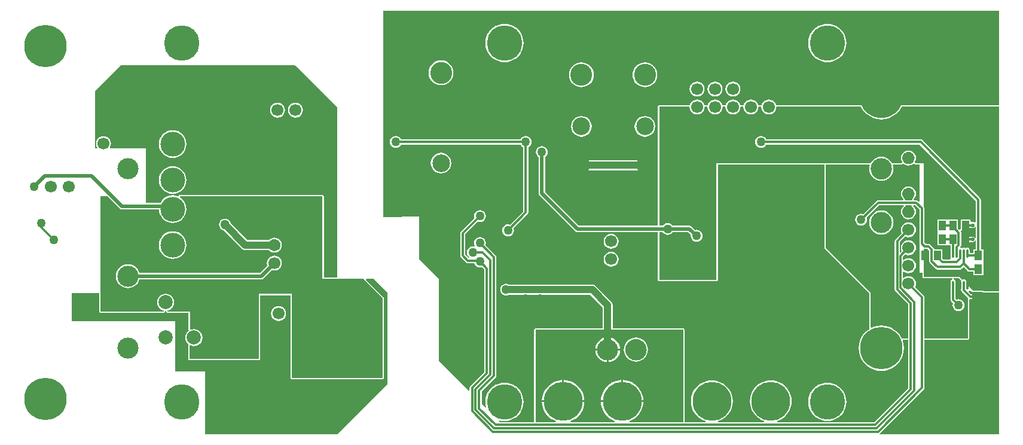
<source format=gbl>
G04*
G04 #@! TF.GenerationSoftware,Altium Limited,Altium Designer,18.1.11 (251)*
G04*
G04 Layer_Physical_Order=2*
G04 Layer_Color=16711680*
%FSLAX25Y25*%
%MOIN*%
G70*
G01*
G75*
%ADD15C,0.01968*%
%ADD18C,0.01181*%
%ADD31R,0.03937X0.05315*%
%ADD43R,0.05709X0.05118*%
%ADD87C,0.03937*%
%ADD88C,0.23622*%
%ADD89C,0.19685*%
%ADD90C,0.11811*%
%ADD91C,0.07874*%
%ADD92C,0.06693*%
%ADD93C,0.12205*%
%ADD94C,0.09843*%
%ADD95C,0.21654*%
%ADD96C,0.13780*%
%ADD97C,0.02165*%
%ADD98C,0.05000*%
%ADD99O,0.01181X0.05315*%
G36*
X551181Y183480D02*
X551181Y183480D01*
X496983D01*
X496983Y183480D01*
X496676Y183419D01*
X496416Y183245D01*
X496242Y182984D01*
X496172Y182817D01*
X495202Y181234D01*
X493996Y179822D01*
X492585Y178617D01*
X491002Y177647D01*
X489286Y176936D01*
X487481Y176503D01*
X485630Y176357D01*
X483779Y176503D01*
X481974Y176936D01*
X480258Y177647D01*
X478675Y178617D01*
X477263Y179823D01*
X476058Y181234D01*
X475087Y182817D01*
X475018Y182984D01*
X475018Y182984D01*
X474844Y183245D01*
X474584Y183419D01*
X474277Y183480D01*
X427221D01*
X426941Y183599D01*
X426524Y184604D01*
X425862Y185468D01*
X424998Y186131D01*
X423992Y186547D01*
X422913Y186689D01*
X421834Y186547D01*
X420829Y186131D01*
X419965Y185468D01*
X419303Y184604D01*
X418886Y183599D01*
X418606Y183480D01*
X417221D01*
X416941Y183599D01*
X416524Y184604D01*
X415862Y185468D01*
X414998Y186131D01*
X413993Y186547D01*
X412913Y186689D01*
X411834Y186547D01*
X410829Y186131D01*
X409965Y185468D01*
X409303Y184604D01*
X408886Y183599D01*
X408606Y183480D01*
X407221D01*
X406941Y183599D01*
X406524Y184604D01*
X405862Y185468D01*
X404998Y186131D01*
X403993Y186547D01*
X402913Y186689D01*
X401834Y186547D01*
X400829Y186131D01*
X399965Y185468D01*
X399303Y184604D01*
X398886Y183599D01*
X398606Y183480D01*
X397221D01*
X396941Y183599D01*
X396524Y184604D01*
X395862Y185468D01*
X394998Y186131D01*
X393992Y186547D01*
X392913Y186689D01*
X391834Y186547D01*
X390829Y186131D01*
X389965Y185468D01*
X389302Y184604D01*
X388886Y183599D01*
X388606Y183480D01*
X387221D01*
X386941Y183599D01*
X386524Y184604D01*
X385862Y185468D01*
X384998Y186131D01*
X383993Y186547D01*
X382913Y186689D01*
X381834Y186547D01*
X380829Y186131D01*
X379965Y185468D01*
X379303Y184604D01*
X378886Y183599D01*
X378606Y183480D01*
X361811D01*
X361504Y183419D01*
X361243Y183245D01*
X361069Y182984D01*
X361008Y182677D01*
Y116373D01*
X316890D01*
X298224Y135040D01*
Y154526D01*
X298762Y154939D01*
X299289Y155626D01*
X299620Y156425D01*
X299733Y157283D01*
X299620Y158142D01*
X299289Y158941D01*
X298762Y159628D01*
X298075Y160155D01*
X297275Y160486D01*
X296417Y160599D01*
X295559Y160486D01*
X294759Y160155D01*
X294073Y159628D01*
X293546Y158941D01*
X293215Y158142D01*
X293102Y157283D01*
X293215Y156425D01*
X293546Y155626D01*
X294073Y154939D01*
X294611Y154526D01*
Y134291D01*
X294748Y133600D01*
X295140Y133014D01*
X314864Y113290D01*
X315451Y112898D01*
X316142Y112761D01*
X361008D01*
Y86221D01*
X361069Y85913D01*
X361243Y85653D01*
X361504Y85479D01*
X361811Y85418D01*
X393701D01*
X394008Y85479D01*
X394268Y85653D01*
X394443Y85913D01*
X394504Y86221D01*
Y150378D01*
X453422Y150378D01*
X453922Y150378D01*
Y103937D01*
X453983Y103630D01*
X454157Y103369D01*
X454157Y103369D01*
X478907Y78619D01*
X478907Y59757D01*
X478923Y59680D01*
Y59600D01*
X478953Y59527D01*
X478968Y59450D01*
X479012Y59384D01*
X479042Y59311D01*
X479047Y59013D01*
X479010Y58843D01*
X478975Y58751D01*
X478956Y58717D01*
X478202Y58255D01*
X476694Y56968D01*
X475406Y55460D01*
X474370Y53769D01*
X473611Y51937D01*
X473148Y50008D01*
X472993Y48031D01*
X473148Y46055D01*
X473611Y44126D01*
X474370Y42294D01*
X475406Y40603D01*
X476694Y39096D01*
X478202Y37808D01*
X479893Y36772D01*
X481725Y36013D01*
X483653Y35550D01*
X485630Y35394D01*
X487607Y35550D01*
X489535Y36013D01*
X491367Y36772D01*
X493058Y37808D01*
X494566Y39096D01*
X495854Y40603D01*
X496890Y42294D01*
X497649Y44126D01*
X498112Y46055D01*
X498267Y48031D01*
X498112Y50008D01*
X497649Y51937D01*
X497488Y52325D01*
X497766Y52741D01*
X500564D01*
Y25779D01*
X481702Y6917D01*
X427645D01*
X427585Y7417D01*
X427616Y7424D01*
X429305Y8124D01*
X430864Y9079D01*
X432254Y10266D01*
X433441Y11656D01*
X434396Y13215D01*
X435096Y14904D01*
X435522Y16681D01*
X435666Y18504D01*
X435522Y20326D01*
X435096Y22104D01*
X434396Y23793D01*
X433441Y25352D01*
X432254Y26742D01*
X430864Y27929D01*
X429305Y28884D01*
X427616Y29584D01*
X425838Y30011D01*
X424016Y30154D01*
X422193Y30011D01*
X420416Y29584D01*
X418727Y28884D01*
X417168Y27929D01*
X415778Y26742D01*
X414591Y25352D01*
X413635Y23793D01*
X412936Y22104D01*
X412509Y20326D01*
X412366Y18504D01*
X412509Y16681D01*
X412936Y14904D01*
X413635Y13215D01*
X414591Y11656D01*
X415778Y10266D01*
X417168Y9079D01*
X418727Y8124D01*
X420416Y7424D01*
X420446Y7417D01*
X420387Y6917D01*
X394771D01*
X394711Y7417D01*
X394742Y7424D01*
X396431Y8124D01*
X397990Y9079D01*
X399380Y10266D01*
X400567Y11656D01*
X401522Y13215D01*
X402222Y14904D01*
X402648Y16681D01*
X402792Y18504D01*
X402648Y20326D01*
X402222Y22104D01*
X401522Y23793D01*
X400567Y25352D01*
X399380Y26742D01*
X397990Y27929D01*
X396431Y28884D01*
X394742Y29584D01*
X392964Y30011D01*
X391142Y30154D01*
X389319Y30011D01*
X387542Y29584D01*
X385853Y28884D01*
X384294Y27929D01*
X382904Y26742D01*
X381717Y25352D01*
X380761Y23793D01*
X380062Y22104D01*
X379635Y20326D01*
X379492Y18504D01*
X379635Y16681D01*
X380062Y14904D01*
X380761Y13215D01*
X381717Y11656D01*
X382904Y10266D01*
X384294Y9079D01*
X385853Y8124D01*
X387542Y7424D01*
X387572Y7417D01*
X387513Y6917D01*
X376000D01*
Y58268D01*
X375939Y58575D01*
X375764Y58835D01*
X375504Y59009D01*
X375197Y59071D01*
X335851D01*
Y72047D01*
X335756Y72767D01*
X335478Y73437D01*
X335036Y74013D01*
X326428Y82621D01*
X325852Y83063D01*
X325182Y83340D01*
X324463Y83435D01*
X278226D01*
X278107Y83527D01*
X277307Y83858D01*
X276449Y83971D01*
X275590Y83858D01*
X274791Y83527D01*
X274104Y83000D01*
X273577Y82313D01*
X273246Y81514D01*
X273133Y80655D01*
X273246Y79797D01*
X273577Y78998D01*
X274104Y78311D01*
X274791Y77784D01*
X275590Y77453D01*
X276449Y77340D01*
X277307Y77453D01*
X278107Y77784D01*
X278226Y77876D01*
X323311D01*
X330291Y70896D01*
Y59071D01*
X292913D01*
X292606Y59009D01*
X292346Y58835D01*
X292172Y58575D01*
X292111Y58268D01*
Y6917D01*
X273005D01*
X272520Y7401D01*
X272774Y7854D01*
X273922Y7579D01*
X275590Y7447D01*
X277259Y7579D01*
X278886Y7969D01*
X280431Y8610D01*
X281858Y9484D01*
X283130Y10571D01*
X284217Y11843D01*
X285091Y13269D01*
X285732Y14815D01*
X286122Y16442D01*
X286253Y18110D01*
X286122Y19778D01*
X285732Y21405D01*
X285091Y22951D01*
X284217Y24378D01*
X283130Y25650D01*
X281858Y26737D01*
X280431Y27611D01*
X278886Y28251D01*
X277259Y28642D01*
X275590Y28773D01*
X273922Y28642D01*
X272296Y28251D01*
X270750Y27611D01*
X269323Y26737D01*
X268051Y25650D01*
X266964Y24378D01*
X266090Y22951D01*
X265450Y21405D01*
X265059Y19778D01*
X264928Y18110D01*
X265059Y16442D01*
X265335Y15294D01*
X264881Y15040D01*
X262822Y17099D01*
Y23828D01*
X270678Y31684D01*
X270983Y32140D01*
X271090Y32677D01*
Y98819D01*
X270983Y99357D01*
X270678Y99812D01*
X264909Y105582D01*
X265014Y105835D01*
X265127Y106693D01*
X265014Y107551D01*
X264683Y108351D01*
X264156Y109037D01*
X263469Y109564D01*
X262669Y109896D01*
X261811Y110009D01*
X260953Y109896D01*
X260153Y109564D01*
X259466Y109037D01*
X258940Y108351D01*
X258608Y107551D01*
X258495Y106693D01*
X258608Y105835D01*
X258855Y105240D01*
X258515Y104806D01*
X257874Y104890D01*
X257015Y104777D01*
X256216Y104446D01*
X255529Y103919D01*
X255002Y103233D01*
X254671Y102433D01*
X254558Y101575D01*
X254671Y100716D01*
X255002Y99917D01*
X255529Y99230D01*
X255894Y98949D01*
X255753Y98427D01*
X255553Y98402D01*
X253767Y100188D01*
Y111623D01*
X260700Y118555D01*
X260953Y118451D01*
X261811Y118338D01*
X262669Y118451D01*
X263469Y118782D01*
X264156Y119309D01*
X264683Y119996D01*
X265014Y120795D01*
X265127Y121653D01*
X265014Y122512D01*
X264683Y123311D01*
X264156Y123998D01*
X263469Y124525D01*
X262669Y124856D01*
X261811Y124969D01*
X260953Y124856D01*
X260153Y124525D01*
X259466Y123998D01*
X258940Y123311D01*
X258608Y122512D01*
X258495Y121653D01*
X258608Y120795D01*
X258713Y120542D01*
X251369Y113198D01*
X251064Y112742D01*
X250957Y112205D01*
Y99606D01*
X251064Y99069D01*
X251369Y98613D01*
X254125Y95857D01*
X254580Y95552D01*
X255118Y95445D01*
X258672D01*
X258940Y94799D01*
X259466Y94112D01*
X260153Y93585D01*
X260953Y93254D01*
X261811Y93141D01*
X262669Y93254D01*
X262922Y93359D01*
X264343Y91938D01*
Y34834D01*
X256487Y26978D01*
X256182Y26522D01*
X256075Y25984D01*
Y24499D01*
X255613Y24308D01*
X238976Y40945D01*
Y86614D01*
X227953Y97638D01*
X227953Y121390D01*
X208230Y121148D01*
X207874Y121500D01*
X207874Y236221D01*
X551181D01*
Y183480D01*
D02*
G37*
G36*
X551181Y79921D02*
X542618D01*
Y80118D01*
X536811D01*
X532905Y84024D01*
Y85146D01*
X532798Y85683D01*
X532493Y86139D01*
X532038Y86444D01*
X531500Y86551D01*
X530962Y86444D01*
X530677Y86253D01*
X529134Y87795D01*
X509449Y87795D01*
Y103352D01*
X509647Y103515D01*
X511427D01*
X512375Y102568D01*
Y96460D01*
X512481Y95922D01*
X512786Y95466D01*
X515939Y92314D01*
X516394Y92009D01*
X516932Y91902D01*
X529535D01*
X530073Y92009D01*
X530529Y92314D01*
X531500Y93285D01*
X533652Y91132D01*
X534108Y90828D01*
X534646Y90721D01*
X537008D01*
Y88681D01*
X542520D01*
Y95571D01*
X542520D01*
Y96161D01*
X542520D01*
Y103051D01*
X541169D01*
Y130709D01*
X541062Y131246D01*
X540757Y131702D01*
X508474Y163986D01*
X508018Y164290D01*
X507480Y164397D01*
X421480D01*
X421376Y164650D01*
X420849Y165337D01*
X420162Y165864D01*
X419362Y166195D01*
X418504Y166308D01*
X417646Y166195D01*
X416846Y165864D01*
X416159Y165337D01*
X415632Y164650D01*
X415301Y163850D01*
X415188Y162992D01*
X415301Y162134D01*
X415632Y161334D01*
X416159Y160647D01*
X416846Y160121D01*
X417646Y159789D01*
X418504Y159676D01*
X419362Y159789D01*
X420162Y160121D01*
X420849Y160647D01*
X421376Y161334D01*
X421480Y161587D01*
X506898D01*
X538359Y130127D01*
Y118566D01*
X537571Y118145D01*
X537344Y118297D01*
X536614Y118442D01*
X536118Y118343D01*
X535488Y118711D01*
X535331Y118874D01*
Y119783D01*
X529819D01*
Y114419D01*
X529032Y114093D01*
X528244Y114881D01*
Y119783D01*
X522732D01*
Y119783D01*
X522331D01*
Y119783D01*
X516819D01*
Y113053D01*
X516819Y112894D01*
X516819D01*
X516862Y112283D01*
X516862D01*
Y105394D01*
X522374D01*
Y105394D01*
X522732D01*
Y105394D01*
X524190D01*
Y102665D01*
Y98532D01*
X524244Y98255D01*
X523854Y97603D01*
X523701Y97468D01*
X520365D01*
X519685Y98148D01*
Y103051D01*
X515184D01*
Y103150D01*
X515077Y103687D01*
X514773Y104143D01*
X513003Y105913D01*
X512547Y106218D01*
X512009Y106325D01*
X510229D01*
X509673Y106881D01*
Y125984D01*
X509566Y126522D01*
X509449Y126697D01*
Y151181D01*
X504713D01*
X504365Y151887D01*
X504398Y151931D01*
X504815Y152937D01*
X504957Y154016D01*
X504815Y155095D01*
X504398Y156100D01*
X503736Y156964D01*
X502872Y157627D01*
X501867Y158043D01*
X500787Y158185D01*
X499708Y158043D01*
X498703Y157627D01*
X497839Y156964D01*
X497177Y156100D01*
X496760Y155095D01*
X496618Y154016D01*
X496760Y152937D01*
X497177Y151931D01*
X497210Y151887D01*
X496862Y151181D01*
X491535D01*
X491222Y151768D01*
X490385Y152787D01*
X489366Y153623D01*
X488204Y154245D01*
X486942Y154628D01*
X485630Y154757D01*
X484318Y154628D01*
X483056Y154245D01*
X481893Y153623D01*
X480874Y152787D01*
X480038Y151768D01*
X479724Y151181D01*
X393701Y151181D01*
Y86221D01*
X361811D01*
Y112761D01*
X363778D01*
X364191Y112222D01*
X364878Y111695D01*
X365677Y111364D01*
X366535Y111251D01*
X367394Y111364D01*
X368193Y111695D01*
X368880Y112222D01*
X369293Y112761D01*
X377992D01*
X379450Y111303D01*
X379361Y110630D01*
X379474Y109772D01*
X379806Y108972D01*
X380333Y108285D01*
X381019Y107758D01*
X381819Y107427D01*
X382677Y107314D01*
X383535Y107427D01*
X384335Y107758D01*
X385022Y108285D01*
X385549Y108972D01*
X385880Y109772D01*
X385993Y110630D01*
X385880Y111488D01*
X385549Y112288D01*
X385022Y112975D01*
X384335Y113502D01*
X383535Y113833D01*
X382677Y113946D01*
X382004Y113857D01*
X380017Y115844D01*
X379431Y116236D01*
X378740Y116373D01*
X369293D01*
X368880Y116911D01*
X368193Y117438D01*
X367394Y117770D01*
X366535Y117883D01*
X365677Y117770D01*
X364878Y117438D01*
X364191Y116911D01*
X363778Y116373D01*
X361811D01*
Y182677D01*
X378606D01*
X378744Y182520D01*
X378886Y181440D01*
X379303Y180435D01*
X379965Y179571D01*
X380829Y178909D01*
X381834Y178492D01*
X382913Y178350D01*
X383993Y178492D01*
X384998Y178909D01*
X385862Y179571D01*
X386524Y180435D01*
X386941Y181440D01*
X387083Y182520D01*
X387221Y182677D01*
X388606D01*
X388744Y182520D01*
X388886Y181440D01*
X389302Y180435D01*
X389965Y179571D01*
X390829Y178909D01*
X391834Y178492D01*
X392913Y178350D01*
X393992Y178492D01*
X394998Y178909D01*
X395862Y179571D01*
X396524Y180435D01*
X396941Y181440D01*
X397083Y182520D01*
X397221Y182677D01*
X398606D01*
X398744Y182520D01*
X398886Y181440D01*
X399303Y180435D01*
X399965Y179571D01*
X400829Y178909D01*
X401834Y178492D01*
X402913Y178350D01*
X403993Y178492D01*
X404998Y178909D01*
X405862Y179571D01*
X406524Y180435D01*
X406941Y181440D01*
X407083Y182520D01*
X407221Y182677D01*
X408606D01*
X408744Y182520D01*
X408886Y181440D01*
X409303Y180435D01*
X409965Y179571D01*
X410829Y178909D01*
X411834Y178492D01*
X412913Y178350D01*
X413993Y178492D01*
X414998Y178909D01*
X415862Y179571D01*
X416524Y180435D01*
X416941Y181440D01*
X417083Y182520D01*
X417221Y182677D01*
X418606D01*
X418744Y182520D01*
X418886Y181440D01*
X419303Y180435D01*
X419965Y179571D01*
X420829Y178909D01*
X421834Y178492D01*
X422913Y178350D01*
X423992Y178492D01*
X424998Y178909D01*
X425862Y179571D01*
X426524Y180435D01*
X426941Y181440D01*
X427083Y182520D01*
X427221Y182677D01*
X474277D01*
X474370Y182452D01*
X475406Y180761D01*
X476694Y179253D01*
X478202Y177965D01*
X479893Y176929D01*
X481725Y176170D01*
X483653Y175707D01*
X485630Y175552D01*
X487607Y175707D01*
X489535Y176170D01*
X491367Y176929D01*
X493058Y177965D01*
X494566Y179253D01*
X495854Y180761D01*
X496890Y182452D01*
X496983Y182677D01*
X551181D01*
X551181Y79921D01*
D02*
G37*
G36*
X501657Y157261D02*
X502467Y156925D01*
X503163Y156392D01*
X503697Y155696D01*
X504033Y154885D01*
X504147Y154016D01*
X504033Y153146D01*
X503657Y152238D01*
X503656Y152234D01*
X503605Y152145D01*
X503601Y152119D01*
X503589Y152095D01*
X503581Y151964D01*
X503564Y151835D01*
X503217Y151592D01*
X503163Y151563D01*
X503115Y151540D01*
X503063Y151529D01*
X502976Y151471D01*
X502882Y151424D01*
X502467Y151106D01*
X501657Y150770D01*
X500787Y150656D01*
X499918Y150770D01*
X499108Y151106D01*
X498693Y151424D01*
X498599Y151471D01*
X498511Y151529D01*
X498459Y151540D01*
X498412Y151563D01*
X498358Y151592D01*
X498011Y151835D01*
X497994Y151964D01*
X497986Y152095D01*
X497974Y152119D01*
X497970Y152145D01*
X497919Y152234D01*
X497918Y152238D01*
X497542Y153146D01*
X497428Y154016D01*
X497542Y154885D01*
X497878Y155696D01*
X498412Y156392D01*
X499108Y156925D01*
X499918Y157261D01*
X500787Y157376D01*
X501657Y157261D01*
D02*
G37*
G36*
X504073Y150722D02*
X504145Y150613D01*
X504168Y150599D01*
X504184Y150577D01*
X504297Y150512D01*
X504406Y150439D01*
X504432Y150434D01*
X504455Y150421D01*
X504585Y150404D01*
X504713Y150378D01*
X507087D01*
Y129806D01*
X506625Y129614D01*
X506112Y130127D01*
X505656Y130432D01*
X505118Y130539D01*
X503825D01*
X503664Y131012D01*
X503736Y131068D01*
X504398Y131931D01*
X504815Y132937D01*
X504957Y134016D01*
X504815Y135095D01*
X504398Y136100D01*
X503736Y136964D01*
X502872Y137627D01*
X501867Y138043D01*
X500787Y138185D01*
X499708Y138043D01*
X498703Y137627D01*
X497839Y136964D01*
X497177Y136100D01*
X496760Y135095D01*
X496618Y134016D01*
X496760Y132937D01*
X497177Y131931D01*
X497839Y131068D01*
X497911Y131012D01*
X497750Y130539D01*
X483858D01*
X483321Y130432D01*
X482865Y130127D01*
X475521Y122783D01*
X475268Y122888D01*
X474409Y123001D01*
X473551Y122888D01*
X472752Y122557D01*
X472065Y122030D01*
X471538Y121343D01*
X471207Y120543D01*
X471094Y119685D01*
X471207Y118827D01*
X471538Y118027D01*
X472065Y117340D01*
X472752Y116814D01*
X473551Y116482D01*
X474409Y116369D01*
X475268Y116482D01*
X476067Y116814D01*
X476754Y117340D01*
X477281Y118027D01*
X477612Y118827D01*
X477725Y119685D01*
X477612Y120543D01*
X477507Y120796D01*
X484440Y127729D01*
X498014D01*
X498184Y127229D01*
X497839Y126964D01*
X497177Y126101D01*
X496760Y125095D01*
X496618Y124016D01*
X496760Y122937D01*
X497177Y121931D01*
X497839Y121068D01*
X498703Y120405D01*
X499708Y119988D01*
X500787Y119846D01*
X501867Y119988D01*
X502872Y120405D01*
X503736Y121068D01*
X504398Y121931D01*
X504815Y122937D01*
X504957Y124016D01*
X504815Y125095D01*
X504398Y126101D01*
X503736Y126964D01*
X503391Y127229D01*
X503560Y127729D01*
X504536D01*
X506863Y125402D01*
Y106299D01*
X506970Y105762D01*
X507087Y105587D01*
Y90158D01*
X508646D01*
Y87795D01*
X508707Y87488D01*
X508881Y87228D01*
X509142Y87054D01*
X509449Y86992D01*
X525253Y86992D01*
X525302Y86492D01*
X525057Y86444D01*
X524601Y86139D01*
X524297Y85683D01*
X524190Y85146D01*
Y81012D01*
Y75193D01*
X524297Y74655D01*
X524601Y74199D01*
X525642Y73158D01*
X525537Y72905D01*
X525424Y72047D01*
X525537Y71189D01*
X525869Y70389D01*
X526396Y69703D01*
X527082Y69176D01*
X527882Y68844D01*
X528740Y68731D01*
X529598Y68844D01*
X530398Y69176D01*
X531085Y69703D01*
X531612Y70389D01*
X531943Y71189D01*
X532056Y72047D01*
X531943Y72905D01*
X531612Y73705D01*
X531085Y74392D01*
X530398Y74919D01*
X529598Y75250D01*
X528740Y75363D01*
X527882Y75250D01*
X527629Y75145D01*
X526999Y75775D01*
Y83079D01*
Y85146D01*
X526893Y85683D01*
X526588Y86139D01*
X526132Y86444D01*
X525887Y86492D01*
X525936Y86992D01*
X528801D01*
X530109Y85685D01*
X530174Y85641D01*
X530190Y85625D01*
X530095Y85146D01*
Y80475D01*
X530202Y79937D01*
X530507Y79481D01*
X533858Y76130D01*
X533858Y53543D01*
X509718D01*
Y76490D01*
X509611Y77028D01*
X509306Y77484D01*
X504533Y82257D01*
X504815Y82937D01*
X504957Y84016D01*
X504815Y85095D01*
X504398Y86101D01*
X503736Y86964D01*
X502872Y87627D01*
X501867Y88043D01*
X500787Y88185D01*
X499708Y88043D01*
X498703Y87627D01*
X498165Y87214D01*
X497665Y87461D01*
Y90571D01*
X498165Y90817D01*
X498703Y90405D01*
X499708Y89988D01*
X500787Y89846D01*
X501867Y89988D01*
X502872Y90405D01*
X503736Y91067D01*
X504398Y91931D01*
X504815Y92937D01*
X504957Y94016D01*
X504815Y95095D01*
X504398Y96100D01*
X503736Y96964D01*
X502872Y97627D01*
X501867Y98043D01*
X500787Y98185D01*
X499708Y98043D01*
X498703Y97627D01*
X498165Y97214D01*
X497665Y97461D01*
Y98906D01*
X499028Y100270D01*
X499708Y99988D01*
X500787Y99846D01*
X501867Y99988D01*
X502872Y100405D01*
X503736Y101067D01*
X504398Y101931D01*
X504815Y102937D01*
X504957Y104016D01*
X504815Y105095D01*
X504398Y106100D01*
X503736Y106964D01*
X502872Y107627D01*
X501867Y108043D01*
X500787Y108185D01*
X499708Y108043D01*
X498703Y107627D01*
X497839Y106964D01*
X497177Y106100D01*
X496760Y105095D01*
X496618Y104016D01*
X496760Y102937D01*
X497042Y102257D01*
X496355Y101570D01*
X495893Y101762D01*
Y107135D01*
X499028Y110270D01*
X499708Y109988D01*
X500787Y109846D01*
X501867Y109988D01*
X502872Y110405D01*
X503736Y111067D01*
X504398Y111931D01*
X504815Y112937D01*
X504957Y114016D01*
X504815Y115095D01*
X504398Y116101D01*
X503736Y116964D01*
X502872Y117627D01*
X501867Y118043D01*
X500787Y118185D01*
X499708Y118043D01*
X498703Y117627D01*
X497839Y116964D01*
X497177Y116101D01*
X496760Y115095D01*
X496618Y114016D01*
X496760Y112937D01*
X497042Y112257D01*
X493495Y108710D01*
X493190Y108254D01*
X493083Y107717D01*
Y80709D01*
X493190Y80171D01*
X493495Y79715D01*
X500564Y72646D01*
Y53543D01*
X496983D01*
X496890Y53769D01*
X495854Y55460D01*
X494566Y56968D01*
X493058Y58255D01*
X491367Y59291D01*
X489535Y60050D01*
X487607Y60513D01*
X485630Y60669D01*
X483653Y60513D01*
X481725Y60050D01*
X480210Y59423D01*
X479710Y59757D01*
X479710Y78951D01*
X454724Y103937D01*
Y150378D01*
X478928D01*
X479226Y149977D01*
X479034Y149344D01*
X478905Y148031D01*
X479034Y146720D01*
X479417Y145458D01*
X480038Y144295D01*
X480874Y143276D01*
X481893Y142440D01*
X483056Y141818D01*
X484318Y141435D01*
X485630Y141306D01*
X486942Y141435D01*
X488204Y141818D01*
X489366Y142440D01*
X490385Y143276D01*
X491222Y144295D01*
X491843Y145458D01*
X492226Y146720D01*
X492355Y148031D01*
X492226Y149344D01*
X492034Y149977D01*
X492332Y150378D01*
X496862D01*
X496990Y150404D01*
X497120Y150421D01*
X497143Y150434D01*
X497169Y150439D01*
X497278Y150512D01*
X497391Y150577D01*
X497407Y150599D01*
X497429Y150613D01*
X497502Y150722D01*
X497552Y150787D01*
X498204D01*
X498703Y150405D01*
X499708Y149988D01*
X500787Y149846D01*
X501867Y149988D01*
X502872Y150405D01*
X503371Y150787D01*
X504023D01*
X504073Y150722D01*
D02*
G37*
G36*
X486785Y153836D02*
X487895Y153500D01*
X488918Y152953D01*
X489815Y152216D01*
X490551Y151320D01*
X490827Y150803D01*
X490902Y150712D01*
X490968Y150613D01*
X491004Y150587D01*
X491026Y150560D01*
X491228Y150422D01*
X491235Y150055D01*
X491245Y149957D01*
X491240Y149859D01*
X491260Y149803D01*
X491266Y149744D01*
X491435Y149186D01*
X491548Y148031D01*
X491435Y146877D01*
X491098Y145767D01*
X490551Y144743D01*
X489815Y143846D01*
X488918Y143110D01*
X487895Y142563D01*
X486785Y142227D01*
X485630Y142113D01*
X484475Y142227D01*
X483365Y142563D01*
X482342Y143110D01*
X481445Y143846D01*
X480709Y144743D01*
X480162Y145767D01*
X479825Y146877D01*
X479711Y148031D01*
X479825Y149186D01*
X479994Y149744D01*
X480000Y149803D01*
X480020Y149859D01*
X480015Y149957D01*
X480025Y150055D01*
X480031Y150422D01*
X480234Y150560D01*
X480255Y150587D01*
X480292Y150613D01*
X480358Y150712D01*
X480432Y150803D01*
X480709Y151320D01*
X481445Y152217D01*
X482342Y152953D01*
X483365Y153500D01*
X484475Y153836D01*
X485630Y153950D01*
X486785Y153836D01*
D02*
G37*
G36*
X501657Y137261D02*
X502467Y136925D01*
X503163Y136391D01*
X503697Y135696D01*
X504033Y134885D01*
X504147Y134016D01*
X504033Y133146D01*
X503697Y132336D01*
X503153Y131626D01*
X503134Y131616D01*
X503055Y131512D01*
X502969Y131414D01*
X502960Y131388D01*
X502944Y131367D01*
X502910Y131241D01*
X502868Y131117D01*
X502870Y131090D01*
X502863Y131065D01*
X502866Y131039D01*
X502688Y130733D01*
X502550Y130587D01*
X502475Y130539D01*
X499100D01*
X499025Y130587D01*
X498887Y130733D01*
X498709Y131039D01*
X498712Y131065D01*
X498705Y131090D01*
X498707Y131117D01*
X498665Y131241D01*
X498631Y131367D01*
X498615Y131388D01*
X498606Y131414D01*
X498520Y131512D01*
X498440Y131616D01*
X498422Y131626D01*
X497878Y132336D01*
X497542Y133146D01*
X497428Y134016D01*
X497542Y134885D01*
X497878Y135696D01*
X498412Y136391D01*
X499108Y136925D01*
X499918Y137261D01*
X500787Y137375D01*
X501657Y137261D01*
D02*
G37*
G36*
X502267Y127703D02*
X502532Y127393D01*
X502596Y127229D01*
X502589Y127176D01*
X502596Y127151D01*
X502595Y127124D01*
X502637Y127000D01*
X502670Y126874D01*
X502687Y126853D01*
X502695Y126828D01*
X502781Y126729D01*
X502861Y126625D01*
X502884Y126612D01*
X502902Y126592D01*
X503163Y126391D01*
X503697Y125696D01*
X504033Y124885D01*
X504147Y124016D01*
X504033Y123146D01*
X503697Y122336D01*
X503163Y121640D01*
X502467Y121106D01*
X501657Y120771D01*
X500787Y120656D01*
X499918Y120771D01*
X499108Y121106D01*
X498412Y121640D01*
X497878Y122336D01*
X497542Y123146D01*
X497428Y124016D01*
X497542Y124885D01*
X497878Y125696D01*
X498412Y126391D01*
X498673Y126592D01*
X498691Y126612D01*
X498714Y126625D01*
X498793Y126729D01*
X498879Y126828D01*
X498888Y126853D01*
X498904Y126874D01*
X498938Y127000D01*
X498980Y127124D01*
X498979Y127151D01*
X498985Y127176D01*
X498979Y127229D01*
X499043Y127393D01*
X499308Y127703D01*
X499343Y127729D01*
X502232D01*
X502267Y127703D01*
D02*
G37*
G36*
X174016Y86614D02*
X196850Y86614D01*
X207480Y75984D01*
Y31496D01*
X157087D01*
Y78347D01*
X138583Y78347D01*
X138583Y42126D01*
X100335Y42126D01*
X99983Y42481D01*
X100049Y49333D01*
X100466Y49609D01*
X101129Y49334D01*
X102362Y49172D01*
X103595Y49334D01*
X104745Y49810D01*
X105732Y50568D01*
X106489Y51554D01*
X106965Y52704D01*
X107127Y53937D01*
X106965Y55170D01*
X106489Y56320D01*
X105732Y57306D01*
X104745Y58064D01*
X103595Y58540D01*
X102362Y58702D01*
X101129Y58540D01*
X100553Y58301D01*
X100138Y58581D01*
X100234Y68504D01*
X87764D01*
X87731Y69004D01*
X87848Y69019D01*
X88997Y69495D01*
X89984Y70253D01*
X90741Y71240D01*
X91217Y72389D01*
X91379Y73622D01*
X91217Y74855D01*
X90741Y76005D01*
X89984Y76991D01*
X88997Y77749D01*
X87848Y78225D01*
X86614Y78387D01*
X85381Y78225D01*
X84232Y77749D01*
X83245Y76991D01*
X82487Y76005D01*
X82011Y74855D01*
X81849Y73622D01*
X82011Y72389D01*
X82487Y71240D01*
X83245Y70253D01*
X84232Y69495D01*
X85381Y69019D01*
X85497Y69004D01*
X85464Y68504D01*
X50394D01*
Y132677D01*
X54138D01*
X60927Y125888D01*
X61514Y125496D01*
X62205Y125359D01*
X82860D01*
X82985Y124085D01*
X83424Y122638D01*
X84137Y121305D01*
X85096Y120136D01*
X86265Y119176D01*
X87599Y118463D01*
X89046Y118025D01*
X90551Y117876D01*
X92056Y118025D01*
X93503Y118463D01*
X94837Y119176D01*
X96006Y120136D01*
X96965Y121305D01*
X97678Y122638D01*
X98117Y124085D01*
X98265Y125591D01*
X98117Y127095D01*
X97678Y128543D01*
X96965Y129876D01*
X96006Y131045D01*
X94837Y132005D01*
X94486Y132192D01*
X94608Y132677D01*
X174016D01*
Y86614D01*
D02*
G37*
G36*
X534528Y118874D02*
X534557Y118728D01*
X534583Y118582D01*
X534587Y118575D01*
X534589Y118567D01*
X534671Y118443D01*
X534673Y118440D01*
X534534Y118070D01*
X534421Y117940D01*
X532772D01*
X532234Y117833D01*
X531778Y117529D01*
X531581Y117332D01*
X531277Y116876D01*
X531170Y116339D01*
X531277Y115801D01*
X531581Y115345D01*
X532037Y115041D01*
X532575Y114934D01*
X533112Y115041D01*
X533247Y115130D01*
X536614D01*
X537152Y115237D01*
X537608Y115542D01*
X537859Y115918D01*
X538213Y115888D01*
X538359Y115835D01*
Y109362D01*
X538213Y109309D01*
X537859Y109279D01*
X537608Y109655D01*
X537152Y109959D01*
X536614Y110066D01*
X533217D01*
X533112Y110137D01*
X532575Y110243D01*
X532037Y110137D01*
X531581Y109832D01*
X531277Y109376D01*
X531170Y108839D01*
X531277Y108301D01*
X531581Y107845D01*
X531758Y107668D01*
X532214Y107363D01*
X532752Y107256D01*
X536614D01*
X537152Y107363D01*
X537608Y107668D01*
X537859Y108044D01*
X538213Y108014D01*
X538359Y107961D01*
Y103051D01*
X537008D01*
Y101011D01*
X534873D01*
Y102665D01*
X534766Y103203D01*
X534462Y103659D01*
X534006Y103963D01*
X533468Y104070D01*
X532931Y103963D01*
X532484Y103665D01*
X532038Y103963D01*
X531500Y104070D01*
X530962Y103963D01*
X530516Y103665D01*
X530069Y103963D01*
X529916Y103994D01*
X529734Y104518D01*
X530038Y104974D01*
X530145Y105512D01*
Y112398D01*
X530038Y112935D01*
X529952Y113064D01*
X530126Y113678D01*
X530387Y113852D01*
X530561Y114112D01*
X530622Y114419D01*
Y118981D01*
X534528D01*
Y118874D01*
D02*
G37*
G36*
X182283Y182283D02*
Y87417D01*
X174819D01*
Y132677D01*
X174758Y132984D01*
X174583Y133245D01*
X174323Y133419D01*
X174016Y133480D01*
X94608D01*
X94550Y133468D01*
X94490Y133471D01*
X94397Y133438D01*
X94301Y133419D01*
X94251Y133386D01*
X94195Y133366D01*
X94122Y133300D01*
X94040Y133245D01*
X94007Y133195D01*
X93963Y133155D01*
X93921Y133066D01*
X93866Y132984D01*
X93864Y132972D01*
X93718Y132845D01*
X93707Y132838D01*
X93393Y132751D01*
X92056Y133157D01*
X90551Y133305D01*
X89046Y133157D01*
X87599Y132718D01*
X86265Y132005D01*
X85096Y131045D01*
X84137Y129876D01*
X83653Y128972D01*
X75590D01*
Y159449D01*
X55630D01*
X55456Y159802D01*
X55579Y159962D01*
X55996Y160968D01*
X56138Y162047D01*
X55996Y163126D01*
X55579Y164132D01*
X54917Y164996D01*
X54053Y165658D01*
X53048Y166075D01*
X51968Y166217D01*
X50889Y166075D01*
X49884Y165658D01*
X49020Y164996D01*
X48358Y164132D01*
X47941Y163126D01*
X47799Y162047D01*
X47941Y160968D01*
X48358Y159962D01*
X48481Y159802D01*
X48307Y159449D01*
X47244D01*
Y191339D01*
X61811Y205906D01*
X158661D01*
X182283Y182283D01*
D02*
G37*
G36*
X535335Y80046D02*
Y79724D01*
X536069D01*
X536243Y79550D01*
X536504Y79376D01*
X536811Y79315D01*
X542108D01*
X542311Y79180D01*
X542618Y79118D01*
X551181D01*
X551181Y79118D01*
Y0D01*
X484882D01*
X484730Y500D01*
X484852Y581D01*
X509306Y25036D01*
X509611Y25492D01*
X509718Y26030D01*
Y52741D01*
X533858D01*
X534165Y52802D01*
X534426Y52976D01*
X534600Y53236D01*
X534661Y53543D01*
X534661Y74965D01*
X535161Y75375D01*
X535203Y75367D01*
X538976D01*
X539514Y75474D01*
X539970Y75778D01*
X540274Y76234D01*
X540381Y76772D01*
X540274Y77309D01*
X539970Y77765D01*
X539514Y78070D01*
X538976Y78177D01*
X535785D01*
X534415Y79546D01*
X534462Y80018D01*
X534501Y80077D01*
X535138Y80193D01*
X535335Y80046D01*
D02*
G37*
G36*
X210236Y79134D02*
Y27953D01*
X182283Y0D01*
X108661D01*
X108661Y35039D01*
X91899Y35039D01*
Y62992D01*
X34252Y62992D01*
Y78740D01*
X49591D01*
Y68504D01*
X49652Y68197D01*
X49826Y67936D01*
X50086Y67762D01*
X50394Y67701D01*
X85464D01*
X85593Y67727D01*
X85722Y67744D01*
X85745Y67757D01*
X85772Y67762D01*
X85880Y67835D01*
X85994Y67900D01*
X86010Y67922D01*
X86032Y67936D01*
X86105Y68045D01*
X86184Y68149D01*
X86191Y68175D01*
X86206Y68197D01*
X86231Y68325D01*
X86265Y68451D01*
X86276Y68612D01*
X86580Y68861D01*
X86614Y68857D01*
X86648Y68861D01*
X86952Y68612D01*
X86963Y68451D01*
X86997Y68325D01*
X87022Y68197D01*
X87037Y68175D01*
X87044Y68149D01*
X87124Y68045D01*
X87196Y67936D01*
X87218Y67922D01*
X87235Y67900D01*
X87348Y67835D01*
X87457Y67762D01*
X87483Y67757D01*
X87506Y67744D01*
X87636Y67727D01*
X87764Y67701D01*
X99143D01*
X99420Y67421D01*
X99335Y58589D01*
X99351Y58509D01*
X99350Y58428D01*
X99379Y58357D01*
X99394Y58281D01*
X99438Y58213D01*
X99469Y58138D01*
X99493Y57816D01*
X99440Y57666D01*
X99420Y57634D01*
X98993Y57306D01*
X98235Y56320D01*
X97759Y55170D01*
X97597Y53937D01*
X97759Y52704D01*
X98235Y51554D01*
X98993Y50568D01*
X99352Y50292D01*
X99372Y50258D01*
X99420Y50109D01*
X99384Y49782D01*
X99354Y49711D01*
X99310Y49647D01*
X99294Y49568D01*
X99262Y49493D01*
X99262Y49416D01*
X99246Y49341D01*
X99180Y42489D01*
X99181Y42487D01*
X99180Y42485D01*
X99210Y42332D01*
X99239Y42181D01*
X99240Y42180D01*
X99240Y42178D01*
X99325Y42049D01*
X99410Y41919D01*
X99412Y41918D01*
X99413Y41916D01*
X99765Y41561D01*
X99766Y41560D01*
X99767Y41558D01*
X99897Y41472D01*
X100024Y41386D01*
X100026Y41385D01*
X100028Y41384D01*
X100179Y41354D01*
X100331Y41323D01*
X100333Y41324D01*
X100335Y41323D01*
X138583Y41323D01*
X138890Y41384D01*
X139150Y41558D01*
X139324Y41819D01*
X139385Y42126D01*
X139385Y77544D01*
X156284Y77544D01*
Y31496D01*
X156345Y31189D01*
X156519Y30928D01*
X156779Y30754D01*
X157087Y30693D01*
X207480D01*
X207787Y30754D01*
X208048Y30928D01*
X208222Y31189D01*
X208283Y31496D01*
Y75984D01*
X208283Y75984D01*
X208222Y76292D01*
X208048Y76552D01*
X208048Y76552D01*
X198349Y86250D01*
X198500Y86614D01*
X202756D01*
X210236Y79134D01*
D02*
G37*
G36*
X375197Y6917D02*
X345379D01*
X345280Y7417D01*
X346528Y7934D01*
X348115Y8906D01*
X349530Y10115D01*
X350739Y11531D01*
X351712Y13118D01*
X352424Y14838D01*
X352859Y16648D01*
X352966Y18004D01*
X329318D01*
X329424Y16648D01*
X329859Y14838D01*
X330571Y13118D01*
X331544Y11531D01*
X332753Y10115D01*
X334169Y8906D01*
X335756Y7934D01*
X337004Y7417D01*
X336904Y6917D01*
X312505D01*
X312406Y7417D01*
X313653Y7934D01*
X315241Y8906D01*
X316656Y10115D01*
X317865Y11531D01*
X318838Y13118D01*
X319550Y14838D01*
X319985Y16648D01*
X320092Y18004D01*
X296444D01*
X296550Y16648D01*
X296985Y14838D01*
X297697Y13118D01*
X298670Y11531D01*
X299879Y10115D01*
X301295Y8906D01*
X302882Y7934D01*
X304130Y7417D01*
X304030Y6917D01*
X292913D01*
Y58268D01*
X375197D01*
Y6917D01*
D02*
G37*
%LPC*%
G36*
X455512Y228773D02*
X453844Y228642D01*
X452217Y228251D01*
X450671Y227611D01*
X449244Y226737D01*
X447972Y225650D01*
X446885Y224378D01*
X446011Y222951D01*
X445371Y221405D01*
X444980Y219778D01*
X444849Y218110D01*
X444980Y216442D01*
X445371Y214815D01*
X446011Y213269D01*
X446885Y211843D01*
X447972Y210571D01*
X449244Y209484D01*
X450671Y208610D01*
X452217Y207969D01*
X453844Y207579D01*
X455512Y207447D01*
X457180Y207579D01*
X458807Y207969D01*
X460353Y208610D01*
X461779Y209484D01*
X463052Y210571D01*
X464138Y211843D01*
X465012Y213269D01*
X465653Y214815D01*
X466043Y216442D01*
X466175Y218110D01*
X466043Y219778D01*
X465653Y221405D01*
X465012Y222951D01*
X464138Y224378D01*
X463052Y225650D01*
X461779Y226737D01*
X460353Y227611D01*
X458807Y228251D01*
X457180Y228642D01*
X455512Y228773D01*
D02*
G37*
G36*
X275590D02*
X273922Y228642D01*
X272296Y228251D01*
X270750Y227611D01*
X269323Y226737D01*
X268051Y225650D01*
X266964Y224378D01*
X266090Y222951D01*
X265450Y221405D01*
X265059Y219778D01*
X264928Y218110D01*
X265059Y216442D01*
X265450Y214815D01*
X266090Y213269D01*
X266964Y211843D01*
X268051Y210571D01*
X269323Y209484D01*
X270750Y208610D01*
X272296Y207969D01*
X273922Y207579D01*
X275590Y207447D01*
X277259Y207579D01*
X278886Y207969D01*
X280431Y208610D01*
X281858Y209484D01*
X283130Y210571D01*
X284217Y211843D01*
X285091Y213269D01*
X285732Y214815D01*
X286122Y216442D01*
X286253Y218110D01*
X286122Y219778D01*
X285732Y221405D01*
X285091Y222951D01*
X284217Y224378D01*
X283130Y225650D01*
X281858Y226737D01*
X280431Y227611D01*
X278886Y228251D01*
X277259Y228642D01*
X275590Y228773D01*
D02*
G37*
G36*
X240158Y208498D02*
X238807Y208365D01*
X237508Y207971D01*
X236311Y207331D01*
X235262Y206470D01*
X234401Y205421D01*
X233761Y204224D01*
X233367Y202925D01*
X233234Y201575D01*
X233367Y200224D01*
X233761Y198925D01*
X234401Y197729D01*
X235262Y196679D01*
X236311Y195818D01*
X237508Y195179D01*
X238807Y194785D01*
X240158Y194652D01*
X241508Y194785D01*
X242807Y195179D01*
X244004Y195818D01*
X245053Y196679D01*
X245914Y197729D01*
X246554Y198925D01*
X246948Y200224D01*
X247081Y201575D01*
X246948Y202925D01*
X246554Y204224D01*
X245914Y205421D01*
X245053Y206470D01*
X244004Y207331D01*
X242807Y207971D01*
X241508Y208365D01*
X240158Y208498D01*
D02*
G37*
G36*
X353858Y207317D02*
X352508Y207184D01*
X351209Y206790D01*
X350012Y206150D01*
X348963Y205289D01*
X348102Y204240D01*
X347462Y203043D01*
X347068Y201744D01*
X346935Y200394D01*
X347068Y199043D01*
X347462Y197744D01*
X348102Y196547D01*
X348963Y195498D01*
X350012Y194637D01*
X351209Y193998D01*
X352508Y193604D01*
X353858Y193471D01*
X355209Y193604D01*
X356508Y193998D01*
X357704Y194637D01*
X358754Y195498D01*
X359615Y196547D01*
X360254Y197744D01*
X360648Y199043D01*
X360781Y200394D01*
X360648Y201744D01*
X360254Y203043D01*
X359615Y204240D01*
X358754Y205289D01*
X357704Y206150D01*
X356508Y206790D01*
X355209Y207184D01*
X353858Y207317D01*
D02*
G37*
G36*
X318425D02*
X317075Y207184D01*
X315776Y206790D01*
X314579Y206150D01*
X313530Y205289D01*
X312669Y204240D01*
X312029Y203043D01*
X311635Y201744D01*
X311502Y200394D01*
X311635Y199043D01*
X312029Y197744D01*
X312669Y196547D01*
X313530Y195498D01*
X314579Y194637D01*
X315776Y193998D01*
X317075Y193604D01*
X318425Y193471D01*
X319776Y193604D01*
X321075Y193998D01*
X322271Y194637D01*
X323321Y195498D01*
X324182Y196547D01*
X324821Y197744D01*
X325215Y199043D01*
X325348Y200394D01*
X325215Y201744D01*
X324821Y203043D01*
X324182Y204240D01*
X323321Y205289D01*
X322271Y206150D01*
X321075Y206790D01*
X319776Y207184D01*
X318425Y207317D01*
D02*
G37*
G36*
X402913Y196689D02*
X401834Y196547D01*
X400829Y196131D01*
X399965Y195468D01*
X399303Y194604D01*
X398886Y193599D01*
X398744Y192520D01*
X398886Y191440D01*
X399303Y190435D01*
X399965Y189571D01*
X400829Y188909D01*
X401834Y188492D01*
X402913Y188350D01*
X403993Y188492D01*
X404998Y188909D01*
X405862Y189571D01*
X406524Y190435D01*
X406941Y191440D01*
X407083Y192520D01*
X406941Y193599D01*
X406524Y194604D01*
X405862Y195468D01*
X404998Y196131D01*
X403993Y196547D01*
X402913Y196689D01*
D02*
G37*
G36*
X392913D02*
X391834Y196547D01*
X390829Y196131D01*
X389965Y195468D01*
X389302Y194604D01*
X388886Y193599D01*
X388744Y192520D01*
X388886Y191440D01*
X389302Y190435D01*
X389965Y189571D01*
X390829Y188909D01*
X391834Y188492D01*
X392913Y188350D01*
X393992Y188492D01*
X394998Y188909D01*
X395862Y189571D01*
X396524Y190435D01*
X396941Y191440D01*
X397083Y192520D01*
X396941Y193599D01*
X396524Y194604D01*
X395862Y195468D01*
X394998Y196131D01*
X393992Y196547D01*
X392913Y196689D01*
D02*
G37*
G36*
X382913D02*
X381834Y196547D01*
X380829Y196131D01*
X379965Y195468D01*
X379303Y194604D01*
X378886Y193599D01*
X378744Y192520D01*
X378886Y191440D01*
X379303Y190435D01*
X379965Y189571D01*
X380829Y188909D01*
X381834Y188492D01*
X382913Y188350D01*
X383993Y188492D01*
X384998Y188909D01*
X385862Y189571D01*
X386524Y190435D01*
X386941Y191440D01*
X387083Y192520D01*
X386941Y193599D01*
X386524Y194604D01*
X385862Y195468D01*
X384998Y196131D01*
X383993Y196547D01*
X382913Y196689D01*
D02*
G37*
G36*
X353858Y177411D02*
X352368Y177215D01*
X350979Y176640D01*
X349787Y175725D01*
X348872Y174532D01*
X348296Y173144D01*
X348100Y171653D01*
X348296Y170163D01*
X348872Y168775D01*
X349787Y167582D01*
X350979Y166667D01*
X352368Y166092D01*
X353858Y165896D01*
X355348Y166092D01*
X356737Y166667D01*
X357930Y167582D01*
X358845Y168775D01*
X359420Y170163D01*
X359616Y171653D01*
X359420Y173144D01*
X358845Y174532D01*
X357930Y175725D01*
X356737Y176640D01*
X355348Y177215D01*
X353858Y177411D01*
D02*
G37*
G36*
X318425D02*
X316935Y177215D01*
X315546Y176640D01*
X314354Y175725D01*
X313439Y174532D01*
X312863Y173144D01*
X312667Y171653D01*
X312863Y170163D01*
X313439Y168775D01*
X314354Y167582D01*
X315546Y166667D01*
X316935Y166092D01*
X318425Y165896D01*
X319916Y166092D01*
X321304Y166667D01*
X322497Y167582D01*
X323412Y168775D01*
X323987Y170163D01*
X324183Y171653D01*
X323987Y173144D01*
X323412Y174532D01*
X322497Y175725D01*
X321304Y176640D01*
X319916Y177215D01*
X318425Y177411D01*
D02*
G37*
G36*
X287402Y166308D02*
X286543Y166195D01*
X285744Y165864D01*
X285057Y165337D01*
X284530Y164650D01*
X284425Y164397D01*
X217937D01*
X217832Y164650D01*
X217305Y165337D01*
X216618Y165864D01*
X215819Y166195D01*
X214961Y166308D01*
X214102Y166195D01*
X213303Y165864D01*
X212616Y165337D01*
X212089Y164650D01*
X211758Y163850D01*
X211645Y162992D01*
X211758Y162134D01*
X212089Y161334D01*
X212616Y160647D01*
X213303Y160121D01*
X214102Y159789D01*
X214961Y159676D01*
X215819Y159789D01*
X216618Y160121D01*
X217305Y160647D01*
X217832Y161334D01*
X217937Y161587D01*
X284425D01*
X284530Y161334D01*
X285057Y160647D01*
X285744Y160121D01*
X285997Y160016D01*
Y124204D01*
X278670Y116877D01*
X278417Y116982D01*
X277559Y117095D01*
X276701Y116982D01*
X275901Y116651D01*
X275215Y116124D01*
X274688Y115437D01*
X274356Y114638D01*
X274243Y113779D01*
X274356Y112921D01*
X274688Y112122D01*
X275215Y111435D01*
X275901Y110908D01*
X276701Y110577D01*
X277559Y110464D01*
X278417Y110577D01*
X279217Y110908D01*
X279904Y111435D01*
X280431Y112122D01*
X280762Y112921D01*
X280875Y113779D01*
X280762Y114638D01*
X280657Y114891D01*
X288395Y122629D01*
X288700Y123084D01*
X288807Y123622D01*
Y160016D01*
X289059Y160121D01*
X289746Y160647D01*
X290273Y161334D01*
X290604Y162134D01*
X290717Y162992D01*
X290604Y163850D01*
X290273Y164650D01*
X289746Y165337D01*
X289059Y165864D01*
X288260Y166195D01*
X287402Y166308D01*
D02*
G37*
G36*
X353858Y152780D02*
X318425D01*
X317706Y152685D01*
X317035Y152407D01*
X316460Y151965D01*
X316018Y151390D01*
X315740Y150719D01*
X315646Y150000D01*
X315740Y149281D01*
X316018Y148610D01*
X316460Y148035D01*
X317035Y147593D01*
X317706Y147315D01*
X318425Y147220D01*
X353858D01*
X354578Y147315D01*
X355248Y147593D01*
X355824Y148035D01*
X356265Y148610D01*
X356543Y149281D01*
X356638Y150000D01*
X356543Y150719D01*
X356265Y151390D01*
X355824Y151965D01*
X355248Y152407D01*
X354578Y152685D01*
X353858Y152780D01*
D02*
G37*
G36*
X240158Y156939D02*
X238667Y156743D01*
X237279Y156168D01*
X236086Y155253D01*
X235171Y154060D01*
X234596Y152671D01*
X234400Y151181D01*
X234596Y149691D01*
X235171Y148302D01*
X236086Y147110D01*
X237279Y146195D01*
X238667Y145619D01*
X240158Y145423D01*
X241648Y145619D01*
X243036Y146195D01*
X244229Y147110D01*
X245144Y148302D01*
X245719Y149691D01*
X245915Y151181D01*
X245719Y152671D01*
X245144Y154060D01*
X244229Y155253D01*
X243036Y156168D01*
X241648Y156743D01*
X240158Y156939D01*
D02*
G37*
G36*
X335039Y111807D02*
X333960Y111665D01*
X332955Y111249D01*
X332091Y110586D01*
X331429Y109723D01*
X331012Y108717D01*
X330870Y107638D01*
X331012Y106559D01*
X331429Y105553D01*
X332091Y104690D01*
X332955Y104027D01*
X333960Y103610D01*
X335039Y103468D01*
X336119Y103610D01*
X337124Y104027D01*
X337988Y104690D01*
X338650Y105553D01*
X339067Y106559D01*
X339209Y107638D01*
X339067Y108717D01*
X338650Y109723D01*
X337988Y110586D01*
X337124Y111249D01*
X336119Y111665D01*
X335039Y111807D01*
D02*
G37*
G36*
Y101807D02*
X333960Y101665D01*
X332955Y101249D01*
X332091Y100586D01*
X331429Y99723D01*
X331012Y98717D01*
X330870Y97638D01*
X331012Y96559D01*
X331429Y95553D01*
X332091Y94690D01*
X332955Y94027D01*
X333960Y93610D01*
X335039Y93468D01*
X336119Y93610D01*
X337124Y94027D01*
X337988Y94690D01*
X338650Y95553D01*
X339067Y96559D01*
X339209Y97638D01*
X339067Y98717D01*
X338650Y99723D01*
X337988Y100586D01*
X337124Y101249D01*
X336119Y101665D01*
X335039Y101807D01*
D02*
G37*
G36*
X455512Y28773D02*
X453844Y28642D01*
X452217Y28251D01*
X450671Y27611D01*
X449244Y26737D01*
X447972Y25650D01*
X446885Y24378D01*
X446011Y22951D01*
X445371Y21405D01*
X444980Y19778D01*
X444849Y18110D01*
X444980Y16442D01*
X445371Y14815D01*
X446011Y13269D01*
X446885Y11843D01*
X447972Y10571D01*
X449244Y9484D01*
X450671Y8610D01*
X452217Y7969D01*
X453844Y7579D01*
X455512Y7447D01*
X457180Y7579D01*
X458807Y7969D01*
X460353Y8610D01*
X461779Y9484D01*
X463052Y10571D01*
X464138Y11843D01*
X465012Y13269D01*
X465653Y14815D01*
X466043Y16442D01*
X466175Y18110D01*
X466043Y19778D01*
X465653Y21405D01*
X465012Y22951D01*
X464138Y24378D01*
X463052Y25650D01*
X461779Y26737D01*
X460353Y27611D01*
X458807Y28251D01*
X457180Y28642D01*
X455512Y28773D01*
D02*
G37*
G36*
X485630Y124836D02*
X484318Y124706D01*
X483056Y124324D01*
X481893Y123702D01*
X480874Y122866D01*
X480038Y121847D01*
X479417Y120684D01*
X479034Y119422D01*
X478905Y118110D01*
X479034Y116798D01*
X479417Y115537D01*
X480038Y114374D01*
X480874Y113355D01*
X481893Y112518D01*
X483056Y111897D01*
X484318Y111514D01*
X485630Y111385D01*
X486942Y111514D01*
X488204Y111897D01*
X489366Y112518D01*
X490385Y113355D01*
X491222Y114374D01*
X491843Y115537D01*
X492226Y116798D01*
X492355Y118110D01*
X492226Y119422D01*
X491843Y120684D01*
X491222Y121847D01*
X490385Y122866D01*
X489366Y123702D01*
X488204Y124324D01*
X486942Y124706D01*
X485630Y124836D01*
D02*
G37*
G36*
X119685Y120245D02*
X118827Y120132D01*
X118027Y119801D01*
X117340Y119274D01*
X116814Y118587D01*
X116482Y117787D01*
X116369Y116929D01*
X116482Y116071D01*
X116814Y115271D01*
X117340Y114585D01*
X118027Y114058D01*
X118827Y113726D01*
X118976Y113707D01*
X129137Y103546D01*
X129712Y103104D01*
X130383Y102827D01*
X131102Y102732D01*
X144166D01*
X144296Y102564D01*
X145159Y101901D01*
X146165Y101484D01*
X147244Y101342D01*
X148323Y101484D01*
X149329Y101901D01*
X150192Y102564D01*
X150855Y103427D01*
X151271Y104433D01*
X151414Y105512D01*
X151271Y106591D01*
X150855Y107597D01*
X150192Y108460D01*
X149329Y109123D01*
X148323Y109539D01*
X147244Y109681D01*
X146165Y109539D01*
X145159Y109123D01*
X144296Y108460D01*
X144166Y108291D01*
X132254D01*
X122907Y117638D01*
X122888Y117787D01*
X122557Y118587D01*
X122030Y119274D01*
X121343Y119801D01*
X120543Y120132D01*
X119685Y120245D01*
D02*
G37*
G36*
X90551Y113226D02*
X89046Y113078D01*
X87599Y112639D01*
X86265Y111926D01*
X85096Y110967D01*
X84137Y109798D01*
X83424Y108464D01*
X82985Y107017D01*
X82837Y105512D01*
X82985Y104007D01*
X83424Y102560D01*
X84137Y101226D01*
X85096Y100057D01*
X86265Y99098D01*
X87599Y98385D01*
X89046Y97946D01*
X90551Y97798D01*
X92056Y97946D01*
X93503Y98385D01*
X94837Y99098D01*
X96006Y100057D01*
X96965Y101226D01*
X97678Y102560D01*
X98117Y104007D01*
X98265Y105512D01*
X98117Y107017D01*
X97678Y108464D01*
X96965Y109798D01*
X96006Y110967D01*
X94837Y111926D01*
X93503Y112639D01*
X92056Y113078D01*
X90551Y113226D01*
D02*
G37*
G36*
X147244Y99681D02*
X146165Y99539D01*
X145159Y99123D01*
X144296Y98460D01*
X143633Y97597D01*
X143217Y96591D01*
X143075Y95512D01*
X143217Y94433D01*
X143332Y94154D01*
X139173Y89995D01*
X71997D01*
X71764Y90763D01*
X71143Y91925D01*
X70307Y92945D01*
X69288Y93781D01*
X68125Y94402D01*
X66863Y94785D01*
X65551Y94914D01*
X64239Y94785D01*
X62977Y94402D01*
X61815Y93781D01*
X60796Y92945D01*
X59959Y91925D01*
X59338Y90763D01*
X58955Y89501D01*
X58826Y88189D01*
X58955Y86877D01*
X59338Y85615D01*
X59959Y84453D01*
X60796Y83434D01*
X61815Y82597D01*
X62977Y81976D01*
X64239Y81593D01*
X65551Y81464D01*
X66863Y81593D01*
X68125Y81976D01*
X69288Y82597D01*
X70307Y83434D01*
X71143Y84453D01*
X71764Y85615D01*
X71997Y86383D01*
X139921D01*
X140612Y86520D01*
X141199Y86912D01*
X145887Y91600D01*
X146165Y91484D01*
X147244Y91342D01*
X148323Y91484D01*
X149329Y91901D01*
X150192Y92563D01*
X150855Y93427D01*
X151271Y94433D01*
X151414Y95512D01*
X151271Y96591D01*
X150855Y97597D01*
X150192Y98460D01*
X149329Y99123D01*
X148323Y99539D01*
X147244Y99681D01*
D02*
G37*
%LPD*%
G36*
X120334Y119350D02*
X120938Y119099D01*
X121457Y118701D01*
X121855Y118182D01*
X122106Y117578D01*
X122112Y117533D01*
X122145Y117434D01*
X122166Y117331D01*
X122195Y117286D01*
X122212Y117236D01*
X122282Y117157D01*
X122340Y117070D01*
X131686Y107724D01*
X131947Y107550D01*
X132254Y107489D01*
X144166D01*
X144218Y107499D01*
X144271Y107495D01*
X144371Y107529D01*
X144474Y107550D01*
X144518Y107579D01*
X144568Y107596D01*
X144647Y107666D01*
X144734Y107724D01*
X144764Y107768D01*
X144803Y107803D01*
X144868Y107887D01*
X145564Y108422D01*
X146374Y108757D01*
X147244Y108872D01*
X148114Y108757D01*
X148924Y108421D01*
X149620Y107887D01*
X150154Y107192D01*
X150489Y106381D01*
X150604Y105512D01*
X150489Y104642D01*
X150154Y103832D01*
X149620Y103136D01*
X148924Y102602D01*
X148114Y102267D01*
X147244Y102152D01*
X146374Y102267D01*
X145564Y102602D01*
X144868Y103136D01*
X144803Y103221D01*
X144764Y103256D01*
X144734Y103300D01*
X144647Y103358D01*
X144568Y103427D01*
X144518Y103444D01*
X144474Y103474D01*
X144371Y103494D01*
X144271Y103528D01*
X144218Y103525D01*
X144166Y103535D01*
X131155D01*
X130593Y103609D01*
X130117Y103806D01*
X129667Y104151D01*
X119544Y114274D01*
X119457Y114333D01*
X119378Y114402D01*
X119328Y114419D01*
X119284Y114448D01*
X119181Y114469D01*
X119081Y114503D01*
X119036Y114508D01*
X118432Y114759D01*
X117913Y115157D01*
X117515Y115676D01*
X117264Y116280D01*
X117179Y116929D01*
X117264Y117578D01*
X117515Y118182D01*
X117913Y118701D01*
X118432Y119099D01*
X119036Y119350D01*
X119685Y119435D01*
X120334Y119350D01*
D02*
G37*
%LPC*%
G36*
X159055Y184878D02*
X157976Y184736D01*
X156970Y184320D01*
X156107Y183657D01*
X155444Y182793D01*
X155028Y181788D01*
X154886Y180709D01*
X155028Y179630D01*
X155444Y178624D01*
X156107Y177760D01*
X156970Y177098D01*
X157976Y176681D01*
X159055Y176539D01*
X160134Y176681D01*
X161140Y177098D01*
X162003Y177760D01*
X162666Y178624D01*
X163083Y179630D01*
X163225Y180709D01*
X163083Y181788D01*
X162666Y182793D01*
X162003Y183657D01*
X161140Y184320D01*
X160134Y184736D01*
X159055Y184878D01*
D02*
G37*
G36*
X149055D02*
X147976Y184736D01*
X146970Y184320D01*
X146107Y183657D01*
X145444Y182793D01*
X145028Y181788D01*
X144886Y180709D01*
X145028Y179630D01*
X145444Y178624D01*
X146107Y177760D01*
X146970Y177098D01*
X147976Y176681D01*
X149055Y176539D01*
X150134Y176681D01*
X151140Y177098D01*
X152003Y177760D01*
X152666Y178624D01*
X153083Y179630D01*
X153225Y180709D01*
X153083Y181788D01*
X152666Y182793D01*
X152003Y183657D01*
X151140Y184320D01*
X150134Y184736D01*
X149055Y184878D01*
D02*
G37*
G36*
X90551Y169525D02*
X89046Y169377D01*
X87599Y168938D01*
X86265Y168225D01*
X85096Y167266D01*
X84137Y166097D01*
X83424Y164763D01*
X82985Y163316D01*
X82837Y161811D01*
X82985Y160306D01*
X83424Y158859D01*
X84137Y157525D01*
X85096Y156356D01*
X86265Y155397D01*
X87599Y154684D01*
X89046Y154245D01*
X90551Y154097D01*
X92056Y154245D01*
X93503Y154684D01*
X94837Y155397D01*
X96006Y156356D01*
X96965Y157525D01*
X97678Y158859D01*
X98117Y160306D01*
X98265Y161811D01*
X98117Y163316D01*
X97678Y164763D01*
X96965Y166097D01*
X96006Y167266D01*
X94837Y168225D01*
X93503Y168938D01*
X92056Y169377D01*
X90551Y169525D01*
D02*
G37*
G36*
Y149447D02*
X89046Y149298D01*
X87599Y148859D01*
X86265Y148146D01*
X85096Y147187D01*
X84137Y146018D01*
X83424Y144684D01*
X82985Y143237D01*
X82837Y141732D01*
X82985Y140227D01*
X83424Y138780D01*
X84137Y137446D01*
X85096Y136277D01*
X86265Y135318D01*
X87599Y134605D01*
X89046Y134166D01*
X90551Y134018D01*
X92056Y134166D01*
X93503Y134605D01*
X94837Y135318D01*
X96006Y136277D01*
X96965Y137446D01*
X97678Y138780D01*
X98117Y140227D01*
X98265Y141732D01*
X98117Y143237D01*
X97678Y144684D01*
X96965Y146018D01*
X96006Y147187D01*
X94837Y148146D01*
X93503Y148859D01*
X92056Y149298D01*
X90551Y149447D01*
D02*
G37*
G36*
X149606Y71492D02*
X148527Y71350D01*
X147521Y70934D01*
X146658Y70271D01*
X145995Y69408D01*
X145579Y68402D01*
X145437Y67323D01*
X145579Y66244D01*
X145995Y65238D01*
X146658Y64375D01*
X147521Y63712D01*
X148527Y63295D01*
X149606Y63153D01*
X150685Y63295D01*
X151691Y63712D01*
X152555Y64375D01*
X153217Y65238D01*
X153634Y66244D01*
X153776Y67323D01*
X153634Y68402D01*
X153217Y69408D01*
X152555Y70271D01*
X151691Y70934D01*
X150685Y71350D01*
X149606Y71492D01*
D02*
G37*
G36*
X333571Y54134D02*
Y47744D01*
X339961D01*
X339877Y48598D01*
X339482Y49900D01*
X338840Y51099D01*
X337977Y52151D01*
X336926Y53014D01*
X335726Y53655D01*
X334425Y54050D01*
X333571Y54134D01*
D02*
G37*
G36*
X332571D02*
X331717Y54050D01*
X330416Y53655D01*
X329216Y53014D01*
X328164Y52151D01*
X327301Y51099D01*
X326660Y49900D01*
X326265Y48598D01*
X326181Y47744D01*
X332571D01*
Y54134D01*
D02*
G37*
G36*
X348819Y53969D02*
X347507Y53840D01*
X346245Y53457D01*
X345082Y52836D01*
X344063Y52000D01*
X343227Y50981D01*
X342605Y49818D01*
X342223Y48556D01*
X342094Y47244D01*
X342223Y45932D01*
X342605Y44670D01*
X343227Y43508D01*
X344063Y42489D01*
X345082Y41652D01*
X346245Y41031D01*
X347507Y40648D01*
X348819Y40519D01*
X350131Y40648D01*
X351393Y41031D01*
X352555Y41652D01*
X353574Y42489D01*
X354411Y43508D01*
X355032Y44670D01*
X355415Y45932D01*
X355544Y47244D01*
X355415Y48556D01*
X355032Y49818D01*
X354411Y50981D01*
X353574Y52000D01*
X352555Y52836D01*
X351393Y53457D01*
X350131Y53840D01*
X348819Y53969D01*
D02*
G37*
G36*
X339961Y46744D02*
X333571D01*
Y40354D01*
X334425Y40439D01*
X335726Y40833D01*
X336926Y41475D01*
X337977Y42338D01*
X338840Y43389D01*
X339482Y44589D01*
X339877Y45890D01*
X339961Y46744D01*
D02*
G37*
G36*
X332571D02*
X326181D01*
X326265Y45890D01*
X326660Y44589D01*
X327301Y43389D01*
X328164Y42338D01*
X329216Y41475D01*
X330416Y40833D01*
X331717Y40439D01*
X332571Y40354D01*
Y46744D01*
D02*
G37*
G36*
X341642Y30328D02*
Y19004D01*
X352966D01*
X352859Y20360D01*
X352424Y22170D01*
X351712Y23890D01*
X350739Y25477D01*
X349530Y26893D01*
X348115Y28102D01*
X346528Y29074D01*
X344808Y29787D01*
X342998Y30221D01*
X341642Y30328D01*
D02*
G37*
G36*
X340642D02*
X339286Y30221D01*
X337476Y29787D01*
X335756Y29074D01*
X334169Y28102D01*
X332753Y26893D01*
X331544Y25477D01*
X330571Y23890D01*
X329859Y22170D01*
X329424Y20360D01*
X329318Y19004D01*
X340642D01*
Y30328D01*
D02*
G37*
G36*
X308768D02*
Y19004D01*
X320092D01*
X319985Y20360D01*
X319550Y22170D01*
X318838Y23890D01*
X317865Y25477D01*
X316656Y26893D01*
X315241Y28102D01*
X313653Y29074D01*
X311934Y29787D01*
X310123Y30221D01*
X308768Y30328D01*
D02*
G37*
G36*
X307768D02*
X306412Y30221D01*
X304602Y29787D01*
X302882Y29074D01*
X301295Y28102D01*
X299879Y26893D01*
X298670Y25477D01*
X297697Y23890D01*
X296985Y22170D01*
X296550Y20360D01*
X296444Y19004D01*
X307768D01*
Y30328D01*
D02*
G37*
%LPD*%
G36*
X349974Y53049D02*
X351084Y52712D01*
X352107Y52165D01*
X353004Y51429D01*
X353740Y50532D01*
X354287Y49509D01*
X354624Y48399D01*
X354737Y47244D01*
X354624Y46089D01*
X354287Y44979D01*
X353740Y43956D01*
X353004Y43059D01*
X352107Y42323D01*
X351084Y41776D01*
X349974Y41439D01*
X348819Y41326D01*
X347664Y41439D01*
X346554Y41776D01*
X345531Y42323D01*
X344634Y43059D01*
X343898Y43956D01*
X343351Y44979D01*
X343014Y46089D01*
X342900Y47244D01*
X343014Y48399D01*
X343351Y49509D01*
X343898Y50532D01*
X344634Y51429D01*
X345531Y52165D01*
X346554Y52712D01*
X347664Y53049D01*
X348819Y53163D01*
X349974Y53049D01*
D02*
G37*
D15*
X366535Y114567D02*
X378740D01*
X382677Y110630D01*
X391142Y18504D02*
X391339Y18701D01*
X316142Y114567D02*
X366535D01*
X296417Y134291D02*
X316142Y114567D01*
X296417Y134291D02*
Y157283D01*
X88976Y127165D02*
X90551Y125591D01*
X62205Y127165D02*
X88976D01*
X19291Y144095D02*
X45276D01*
X62205Y127165D01*
X13386Y138189D02*
X19291Y144095D01*
X65551Y88189D02*
X139921D01*
X147244Y95512D01*
D18*
X261417Y96850D02*
X261811Y96457D01*
X255118Y96850D02*
X261417D01*
X261811Y96457D02*
X265748Y92520D01*
Y34252D02*
Y92520D01*
X252362Y99606D02*
Y112205D01*
Y99606D02*
X255118Y96850D01*
X263386Y101575D02*
X267717Y97244D01*
X257874Y101575D02*
X263386D01*
X267717Y33465D02*
Y97244D01*
X261811Y106693D02*
X269685Y98819D01*
Y32677D02*
Y98819D01*
X532575Y116339D02*
X532772Y116535D01*
X536614D01*
X532575Y108839D02*
X532752Y108661D01*
X536614D01*
X535203Y76772D02*
X538976D01*
X531500Y80475D02*
X535203Y76772D01*
X531500Y80475D02*
Y83079D01*
X525595Y75193D02*
Y83079D01*
X528740Y72047D02*
Y72047D01*
X525595Y75193D02*
X528740Y72047D01*
X494488Y107717D02*
X500787Y114016D01*
X474409Y119685D02*
X483858Y129134D01*
X505118D01*
X508268Y106299D02*
Y125984D01*
X505118Y129134D02*
X508268Y125984D01*
Y106299D02*
X509647Y104920D01*
X512009D01*
X507480Y162992D02*
X539764Y130709D01*
X418504Y162992D02*
X507480D01*
X539764Y99606D02*
Y130709D01*
X513779Y96460D02*
Y103150D01*
X512009Y104920D02*
X513779Y103150D01*
X529535Y93307D02*
X531500Y95272D01*
X513779Y96460D02*
X516932Y93307D01*
X529535D01*
X531500Y95272D02*
X531500D01*
X494488Y80709D02*
Y107717D01*
X496260Y81693D02*
X504093Y73860D01*
X496260Y81693D02*
Y99488D01*
X494488Y80709D02*
X501968Y73228D01*
X496260Y99488D02*
X500787Y104016D01*
X533468Y99606D02*
X539764D01*
X214961Y162992D02*
X287402D01*
X277559Y113779D02*
X277559D01*
X287402Y123622D02*
Y162992D01*
X277559Y113779D02*
X287402Y123622D01*
X484449Y49213D02*
X485630Y48031D01*
X527563Y100598D02*
Y104335D01*
X519783Y96063D02*
X527559D01*
X516929Y98917D02*
X519783Y96063D01*
X516929Y98917D02*
Y99606D01*
X528326Y96830D02*
X528367D01*
X529531Y97995D01*
Y100598D01*
X527559Y96063D02*
X528326Y96830D01*
X531500Y95272D02*
X534646Y92126D01*
X539764D01*
X531500Y95272D02*
Y100598D01*
X527563Y104335D02*
X528740Y105512D01*
Y112398D01*
X533468Y99606D02*
Y100598D01*
X525488Y108839D02*
X525595Y108732D01*
Y100598D02*
Y108732D01*
X519618Y108839D02*
X525488D01*
Y115650D02*
X528740Y112398D01*
X525488Y115650D02*
Y116339D01*
X519575D02*
X525488D01*
X539764Y92126D02*
Y92815D01*
X501968Y25197D02*
Y73228D01*
X482283Y5512D02*
X501968Y25197D01*
X504093Y24565D02*
Y73860D01*
X483071Y3543D02*
X504093Y24565D01*
X500787Y84016D02*
X508313Y76490D01*
Y26030D02*
Y76490D01*
X268898Y1575D02*
X483858D01*
X508313Y26030D01*
X269685Y3543D02*
X483071D01*
X270473Y5512D02*
X482283D01*
X257480Y12992D02*
X268898Y1575D01*
X257480Y25984D02*
X265748Y34252D01*
X257480Y12992D02*
Y25984D01*
X261417Y14567D02*
X270473Y5512D01*
X259449Y13780D02*
X269685Y3543D01*
X259449Y13780D02*
Y25197D01*
X261417Y24409D02*
X269685Y32677D01*
X261417Y14567D02*
Y24409D01*
X259449Y25197D02*
X267717Y33465D01*
X252362Y112205D02*
X261811Y121653D01*
X17323Y115354D02*
Y117717D01*
Y115354D02*
X24409Y108268D01*
X65551Y88189D02*
X66260Y88898D01*
D31*
X532575Y108839D02*
D03*
X525488D02*
D03*
X532575Y116339D02*
D03*
X525488D02*
D03*
X516929Y99606D02*
D03*
X509842D02*
D03*
X519618Y108839D02*
D03*
X512532D02*
D03*
X519575Y116339D02*
D03*
X512488D02*
D03*
X539764Y99606D02*
D03*
X546850D02*
D03*
X539764Y92126D02*
D03*
X546850D02*
D03*
D43*
X538976Y83071D02*
D03*
Y76772D02*
D03*
D87*
X276449Y80655D02*
X324463D01*
X333071Y72047D01*
Y47244D02*
Y72047D01*
X424213Y18504D02*
X425591Y19882D01*
X163386Y27953D02*
X163524Y27815D01*
X131102Y105512D02*
X147244D01*
X119685Y116929D02*
X131102Y105512D01*
X318425Y150000D02*
X353858D01*
D88*
X531496Y216535D02*
D03*
X19685D02*
D03*
Y19685D02*
D03*
X531496D02*
D03*
X485630Y48031D02*
D03*
Y188189D02*
D03*
D89*
X455512Y18110D02*
D03*
X275590D02*
D03*
X95669D02*
D03*
X455512Y218110D02*
D03*
X275590D02*
D03*
X95669D02*
D03*
D90*
X485630Y88189D02*
D03*
Y118110D02*
D03*
Y148031D02*
D03*
X65551Y48031D02*
D03*
Y88189D02*
D03*
Y148031D02*
D03*
Y188189D02*
D03*
X348819Y47244D02*
D03*
X333071D02*
D03*
D91*
X86614Y73622D02*
D03*
Y53937D02*
D03*
X102362Y73622D02*
D03*
Y53937D02*
D03*
D92*
X32677Y138189D02*
D03*
X22677D02*
D03*
X149606Y57323D02*
D03*
Y67323D02*
D03*
X335039Y87638D02*
D03*
Y97638D02*
D03*
Y107638D02*
D03*
X147244Y105512D02*
D03*
Y95512D02*
D03*
X51968Y162047D02*
D03*
Y172047D02*
D03*
X422913Y182520D02*
D03*
X412913D02*
D03*
X402913D02*
D03*
X392913D02*
D03*
X382913D02*
D03*
Y192520D02*
D03*
X392913D02*
D03*
X402913D02*
D03*
X412913D02*
D03*
X422913D02*
D03*
X500787Y154016D02*
D03*
Y144016D02*
D03*
Y134016D02*
D03*
Y124016D02*
D03*
Y114016D02*
D03*
Y104016D02*
D03*
Y94016D02*
D03*
Y84016D02*
D03*
X149055Y180709D02*
D03*
X159055D02*
D03*
X118110D02*
D03*
X128110D02*
D03*
D93*
X353858Y200394D02*
D03*
X240158Y201575D02*
D03*
X318425Y200394D02*
D03*
D94*
X353858Y171653D02*
D03*
Y150000D02*
D03*
X240158Y172835D02*
D03*
Y151181D02*
D03*
X318425Y171653D02*
D03*
Y150000D02*
D03*
D95*
X308268Y18504D02*
D03*
X341142D02*
D03*
X391142D02*
D03*
X424016D02*
D03*
D96*
X90551Y105512D02*
D03*
Y125591D02*
D03*
Y141732D02*
D03*
Y161811D02*
D03*
D97*
X295276Y77014D02*
D03*
X287402D02*
D03*
X346457Y133858D02*
D03*
X444882Y125984D02*
D03*
X440945Y133858D02*
D03*
X536614Y116535D02*
D03*
Y108661D02*
D03*
X272835Y39764D02*
D03*
X543307Y228347D02*
D03*
X547244Y220473D02*
D03*
Y204725D02*
D03*
X543307Y196851D02*
D03*
X547244Y188977D02*
D03*
X543307Y70866D02*
D03*
X547244Y62992D02*
D03*
X543307Y55118D02*
D03*
X547244Y47244D02*
D03*
X543307Y39370D02*
D03*
X547244Y31496D02*
D03*
Y15748D02*
D03*
X543307Y7874D02*
D03*
X539370Y204725D02*
D03*
X535433Y196851D02*
D03*
X539370Y188977D02*
D03*
Y62992D02*
D03*
Y47244D02*
D03*
X535433Y39370D02*
D03*
X539370Y31496D02*
D03*
X527559Y196851D02*
D03*
X531496Y188977D02*
D03*
Y47244D02*
D03*
X527559Y39370D02*
D03*
X519685Y228347D02*
D03*
X523622Y204725D02*
D03*
X519685Y196851D02*
D03*
X523622Y188977D02*
D03*
X519685Y39370D02*
D03*
X523622Y31496D02*
D03*
X519685Y7874D02*
D03*
X511811Y228347D02*
D03*
X515748Y220473D02*
D03*
X511811Y212598D02*
D03*
X515748Y204725D02*
D03*
X511811Y196851D02*
D03*
X515748Y188977D02*
D03*
X511811Y39370D02*
D03*
X515748Y31496D02*
D03*
X511811Y23622D02*
D03*
X515748Y15748D02*
D03*
X511811Y7874D02*
D03*
X503937Y228347D02*
D03*
X507874Y220473D02*
D03*
X503937Y212598D02*
D03*
X507874Y204725D02*
D03*
X503937Y196851D02*
D03*
X507874Y188977D02*
D03*
X496063Y228347D02*
D03*
X500000Y220473D02*
D03*
X496063Y212598D02*
D03*
X500000Y204725D02*
D03*
X496063Y196851D02*
D03*
X488189Y228347D02*
D03*
X492126Y220473D02*
D03*
Y204725D02*
D03*
X480315Y228347D02*
D03*
X484252Y220473D02*
D03*
X480315Y212598D02*
D03*
X472441Y228347D02*
D03*
Y212598D02*
D03*
X476378Y204725D02*
D03*
X472441Y196851D02*
D03*
X464567Y228347D02*
D03*
X468504Y204725D02*
D03*
X464567Y196851D02*
D03*
X460630Y204725D02*
D03*
X448819Y228347D02*
D03*
Y196851D02*
D03*
Y133858D02*
D03*
X452756Y125984D02*
D03*
X440945Y228347D02*
D03*
Y212598D02*
D03*
X444882Y204725D02*
D03*
X440945Y196851D02*
D03*
X444882Y188977D02*
D03*
X433071Y228347D02*
D03*
X437008Y220473D02*
D03*
X433071Y212598D02*
D03*
X437008Y204725D02*
D03*
X433071Y196851D02*
D03*
X437008Y188977D02*
D03*
X433071Y118110D02*
D03*
X425197Y228347D02*
D03*
X429134Y220473D02*
D03*
X425197Y212598D02*
D03*
X429134Y204725D02*
D03*
Y188977D02*
D03*
Y125984D02*
D03*
X425197Y118110D02*
D03*
X417323Y228347D02*
D03*
X421260Y220473D02*
D03*
X417323Y212598D02*
D03*
X421260Y204725D02*
D03*
X417323Y196851D02*
D03*
Y133858D02*
D03*
X421260Y125984D02*
D03*
X417323Y118110D02*
D03*
X409449Y228347D02*
D03*
X413386Y220473D02*
D03*
X409449Y212598D02*
D03*
X413386Y204725D02*
D03*
X409449Y196851D02*
D03*
X413386Y125984D02*
D03*
X409449Y118110D02*
D03*
X401575Y228347D02*
D03*
X405512Y220473D02*
D03*
X401575Y212598D02*
D03*
X405512Y204725D02*
D03*
Y125984D02*
D03*
X401575Y118110D02*
D03*
X393701Y228347D02*
D03*
X397638Y220473D02*
D03*
X393701Y212598D02*
D03*
X397638Y204725D02*
D03*
Y188977D02*
D03*
Y125984D02*
D03*
X385827Y228347D02*
D03*
X389764Y220473D02*
D03*
X385827Y212598D02*
D03*
X389764Y204725D02*
D03*
X377953Y228347D02*
D03*
X381890Y220473D02*
D03*
X377953Y212598D02*
D03*
X381890Y204725D02*
D03*
X370079Y228347D02*
D03*
X374016Y220473D02*
D03*
X370079Y212598D02*
D03*
X374016Y204725D02*
D03*
Y78740D02*
D03*
X370079Y70866D02*
D03*
X362205Y228347D02*
D03*
X366142Y220473D02*
D03*
X362205Y212598D02*
D03*
X366142Y204725D02*
D03*
X362205Y70866D02*
D03*
X354331Y228347D02*
D03*
X358268Y220473D02*
D03*
X354331Y212598D02*
D03*
X358268Y157480D02*
D03*
Y125984D02*
D03*
X354331Y118110D02*
D03*
Y102362D02*
D03*
Y86614D02*
D03*
X346457Y228347D02*
D03*
X350394Y220473D02*
D03*
X346457Y212598D02*
D03*
Y196851D02*
D03*
X350394Y188977D02*
D03*
Y141732D02*
D03*
X346457Y102362D02*
D03*
Y86614D02*
D03*
X350394Y62992D02*
D03*
X338583Y228347D02*
D03*
X342520Y220473D02*
D03*
X338583Y212598D02*
D03*
X342520Y204725D02*
D03*
X338583Y196851D02*
D03*
X342520Y188977D02*
D03*
X338583Y181103D02*
D03*
X342520Y141732D02*
D03*
X338583Y133858D02*
D03*
X342520Y94488D02*
D03*
Y62992D02*
D03*
X330709Y228347D02*
D03*
X334646Y220473D02*
D03*
X330709Y212598D02*
D03*
X334646Y204725D02*
D03*
X330709Y196851D02*
D03*
X334646Y188977D02*
D03*
X330709Y181103D02*
D03*
X334646Y173228D02*
D03*
X330709Y133858D02*
D03*
X334646Y125984D02*
D03*
X330709Y118110D02*
D03*
Y102362D02*
D03*
X322835Y228347D02*
D03*
X326772Y220473D02*
D03*
X322835Y212598D02*
D03*
X326772Y204725D02*
D03*
Y188977D02*
D03*
X322835Y181103D02*
D03*
X326772Y173228D02*
D03*
X322835Y165354D02*
D03*
X326772Y125984D02*
D03*
X322835Y118110D02*
D03*
Y102362D02*
D03*
X326772Y94488D02*
D03*
X322835Y70866D02*
D03*
X326772Y62992D02*
D03*
X314961Y228347D02*
D03*
X318898Y220473D02*
D03*
X314961Y212598D02*
D03*
X318898Y188977D02*
D03*
X314961Y181103D02*
D03*
X318898Y157480D02*
D03*
X314961Y102362D02*
D03*
X318898Y94488D02*
D03*
X307087Y228347D02*
D03*
X311024Y220473D02*
D03*
X307087Y212598D02*
D03*
X311024Y204725D02*
D03*
X307087Y196851D02*
D03*
X311024Y188977D02*
D03*
X307087Y181103D02*
D03*
X311024Y173228D02*
D03*
X307087Y165354D02*
D03*
X311024Y157480D02*
D03*
X307087Y149606D02*
D03*
X311024Y141732D02*
D03*
X307087Y133858D02*
D03*
Y86614D02*
D03*
X311024Y62992D02*
D03*
X299213Y228347D02*
D03*
X303150Y220473D02*
D03*
X299213Y212598D02*
D03*
X303150Y204725D02*
D03*
Y188977D02*
D03*
Y173228D02*
D03*
Y141732D02*
D03*
X299213Y86614D02*
D03*
X291339Y228347D02*
D03*
X295276Y220473D02*
D03*
X291339Y212598D02*
D03*
Y165354D02*
D03*
Y149606D02*
D03*
Y133858D02*
D03*
X295276Y125984D02*
D03*
X291339Y118110D02*
D03*
Y70866D02*
D03*
X283465Y228347D02*
D03*
X287402Y220473D02*
D03*
Y173228D02*
D03*
X283465Y149606D02*
D03*
X287402Y15748D02*
D03*
X275591Y149606D02*
D03*
X279528Y141732D02*
D03*
X275591Y133858D02*
D03*
X279528Y125984D02*
D03*
X275591Y118110D02*
D03*
Y70866D02*
D03*
X279528Y62992D02*
D03*
Y31496D02*
D03*
X267717Y228347D02*
D03*
X271654Y204725D02*
D03*
X267717Y181103D02*
D03*
X271654Y173228D02*
D03*
X267717Y149606D02*
D03*
X271654Y141732D02*
D03*
X267717Y133858D02*
D03*
X259843Y228347D02*
D03*
X263780Y220473D02*
D03*
X259843Y212598D02*
D03*
X263780Y204725D02*
D03*
X259843Y196851D02*
D03*
Y181103D02*
D03*
X263780Y173228D02*
D03*
Y157480D02*
D03*
X259843Y149606D02*
D03*
X263780Y141732D02*
D03*
X259843Y133858D02*
D03*
Y70866D02*
D03*
X251969Y228347D02*
D03*
X255906Y220473D02*
D03*
X251969Y212598D02*
D03*
X255906Y204725D02*
D03*
X251969Y196851D02*
D03*
X255906Y188977D02*
D03*
X251969Y181103D02*
D03*
X255906Y173228D02*
D03*
Y157480D02*
D03*
X251969Y149606D02*
D03*
X255906Y141732D02*
D03*
X251969Y118110D02*
D03*
X255906Y62992D02*
D03*
X251969Y39370D02*
D03*
X255906Y31496D02*
D03*
X244095Y228347D02*
D03*
X248032Y220473D02*
D03*
X244095Y212598D02*
D03*
X248032Y204725D02*
D03*
X244095Y181103D02*
D03*
X248032Y173228D02*
D03*
Y157480D02*
D03*
X244095Y86614D02*
D03*
Y39370D02*
D03*
X236221Y228347D02*
D03*
X240158Y220473D02*
D03*
X236221Y212598D02*
D03*
X240158Y188977D02*
D03*
Y141732D02*
D03*
Y125984D02*
D03*
Y110236D02*
D03*
Y94488D02*
D03*
X228347Y228347D02*
D03*
X232284Y220473D02*
D03*
X228347Y212598D02*
D03*
X232284Y204725D02*
D03*
X228347Y196851D02*
D03*
X232284Y188977D02*
D03*
X228347Y181103D02*
D03*
Y133858D02*
D03*
X220473Y228347D02*
D03*
X224410Y220473D02*
D03*
X220473Y212598D02*
D03*
X224410Y204725D02*
D03*
X220473Y196851D02*
D03*
X224410Y188977D02*
D03*
X220473Y181103D02*
D03*
X224410Y173228D02*
D03*
Y157480D02*
D03*
X220473Y149606D02*
D03*
X224410Y141732D02*
D03*
X220473Y133858D02*
D03*
X224410Y125984D02*
D03*
X212598Y228347D02*
D03*
X216536Y220473D02*
D03*
X212598Y212598D02*
D03*
X216536Y204725D02*
D03*
X212598Y196851D02*
D03*
X216536Y188977D02*
D03*
X212598Y181103D02*
D03*
X216536Y173228D02*
D03*
Y157480D02*
D03*
X212598Y149606D02*
D03*
X216536Y141732D02*
D03*
X212598Y133858D02*
D03*
X216536Y125984D02*
D03*
X208662Y78740D02*
D03*
X196851Y23622D02*
D03*
X192913Y15748D02*
D03*
X181103Y181103D02*
D03*
Y149606D02*
D03*
Y133858D02*
D03*
Y118110D02*
D03*
Y102362D02*
D03*
X185039Y15748D02*
D03*
X181103Y7874D02*
D03*
X173228Y181103D02*
D03*
X177165Y173228D02*
D03*
Y157480D02*
D03*
X173228Y149606D02*
D03*
X177165Y141732D02*
D03*
Y125984D02*
D03*
Y110236D02*
D03*
Y94488D02*
D03*
Y15748D02*
D03*
X173228Y7874D02*
D03*
X165354Y196851D02*
D03*
X169291Y188977D02*
D03*
X165354Y181103D02*
D03*
X169291Y173228D02*
D03*
X165354Y165354D02*
D03*
X169291Y157480D02*
D03*
X165354Y149606D02*
D03*
X169291Y141732D02*
D03*
Y15748D02*
D03*
X165354Y7874D02*
D03*
X157480Y196851D02*
D03*
X161417Y188977D02*
D03*
Y173228D02*
D03*
X157480Y165354D02*
D03*
Y149606D02*
D03*
X161417Y141732D02*
D03*
Y15748D02*
D03*
X157480Y7874D02*
D03*
X149606Y196851D02*
D03*
X153543Y188977D02*
D03*
Y173228D02*
D03*
X149606Y165354D02*
D03*
X153543Y157480D02*
D03*
X149606Y149606D02*
D03*
X153543Y141732D02*
D03*
Y47244D02*
D03*
X149606Y39370D02*
D03*
Y23622D02*
D03*
X153543Y15748D02*
D03*
X149606Y7874D02*
D03*
X141732Y196851D02*
D03*
X145669Y188977D02*
D03*
X141732Y181103D02*
D03*
Y165354D02*
D03*
X145669Y157480D02*
D03*
X141732Y149606D02*
D03*
X145669Y141732D02*
D03*
X141732Y70866D02*
D03*
X145669Y62992D02*
D03*
X141732Y55118D02*
D03*
X145669Y47244D02*
D03*
X141732Y39370D02*
D03*
Y23622D02*
D03*
X145669Y15748D02*
D03*
X141732Y7874D02*
D03*
X133858Y196851D02*
D03*
X137795Y188977D02*
D03*
X133858Y181103D02*
D03*
Y165354D02*
D03*
Y149606D02*
D03*
Y39370D02*
D03*
Y23622D02*
D03*
X137795Y15748D02*
D03*
X133858Y7874D02*
D03*
X125984Y196851D02*
D03*
X129921Y188977D02*
D03*
Y173228D02*
D03*
X125984Y165354D02*
D03*
X129921Y157480D02*
D03*
X125984Y149606D02*
D03*
X129921Y141732D02*
D03*
X125984Y23622D02*
D03*
Y7874D02*
D03*
X118110Y196851D02*
D03*
X122047Y188977D02*
D03*
Y173228D02*
D03*
X118110Y165354D02*
D03*
X122047Y157480D02*
D03*
X118110Y149606D02*
D03*
X122047Y141732D02*
D03*
X118110Y23622D02*
D03*
Y7874D02*
D03*
X110236Y196851D02*
D03*
X114173Y188977D02*
D03*
X110236Y181103D02*
D03*
X114173Y173228D02*
D03*
X110236Y165354D02*
D03*
X114173Y157480D02*
D03*
X110236Y149606D02*
D03*
X114173Y141732D02*
D03*
X110236Y23622D02*
D03*
Y7874D02*
D03*
X102362Y196851D02*
D03*
X106299Y188977D02*
D03*
X102362Y181103D02*
D03*
X106299Y173228D02*
D03*
X102362Y165354D02*
D03*
X106299Y157480D02*
D03*
X102362Y149606D02*
D03*
X106299Y141732D02*
D03*
X102362Y39370D02*
D03*
X94488Y181103D02*
D03*
X98425Y173228D02*
D03*
Y157480D02*
D03*
X94488Y149606D02*
D03*
Y55118D02*
D03*
Y39370D02*
D03*
X86614Y196851D02*
D03*
X90551Y188977D02*
D03*
X86614Y181103D02*
D03*
X90551Y173228D02*
D03*
X86614Y149606D02*
D03*
Y133858D02*
D03*
X78740Y196851D02*
D03*
X82677Y188977D02*
D03*
X78740Y181103D02*
D03*
X82677Y173228D02*
D03*
Y157480D02*
D03*
X78740Y149606D02*
D03*
Y133858D02*
D03*
X70866Y196851D02*
D03*
X74803Y188977D02*
D03*
X70866Y181103D02*
D03*
X74803Y173228D02*
D03*
X62992Y181103D02*
D03*
X66929Y173228D02*
D03*
X55118Y196851D02*
D03*
Y181103D02*
D03*
X59055Y173228D02*
D03*
X51181Y188977D02*
D03*
X39370Y70866D02*
D03*
D98*
X261811Y96457D02*
D03*
X257874Y101575D02*
D03*
X261811Y106693D02*
D03*
X387402Y160236D02*
D03*
X528740Y72047D02*
D03*
X474409Y119685D02*
D03*
X382677Y110630D02*
D03*
X418504Y162992D02*
D03*
X214961D02*
D03*
X366929Y91870D02*
D03*
X529528Y59842D02*
D03*
X196850Y81496D02*
D03*
X119685Y116929D02*
D03*
X277559Y113779D02*
D03*
X261811Y121653D02*
D03*
X287402Y162992D02*
D03*
X366535Y114567D02*
D03*
X276449Y80655D02*
D03*
X116535Y46457D02*
D03*
X13386Y138189D02*
D03*
X24409Y108268D02*
D03*
X466929Y124409D02*
D03*
Y176772D02*
D03*
X163386Y38976D02*
D03*
X57874Y106299D02*
D03*
X17323Y117717D02*
D03*
X296417Y157283D02*
D03*
D99*
X533468Y83079D02*
D03*
X531500D02*
D03*
X529531D02*
D03*
X527563D02*
D03*
X525595D02*
D03*
X533468Y100598D02*
D03*
X531500D02*
D03*
X529531D02*
D03*
X527563D02*
D03*
X525595D02*
D03*
M02*

</source>
